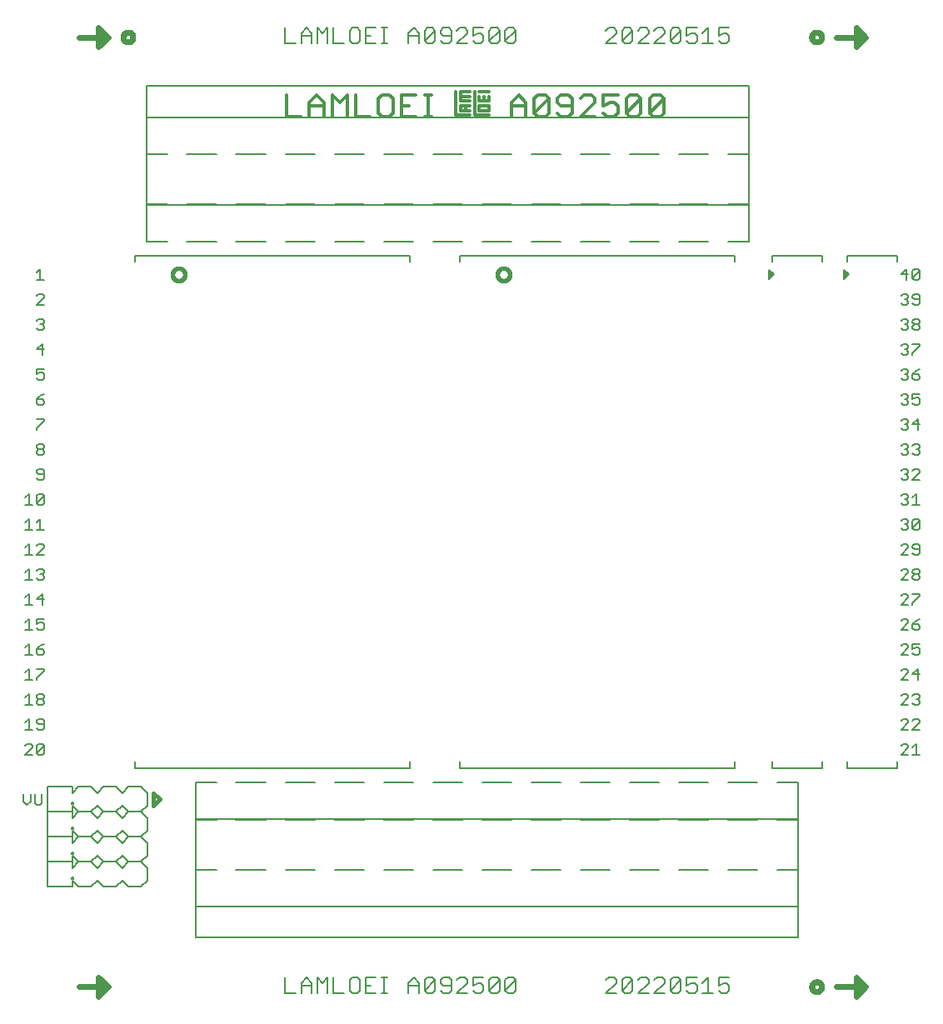
<source format=gto>
G75*
%MOIN*%
%OFA0B0*%
%FSLAX25Y25*%
%IPPOS*%
%LPD*%
%AMOC8*
5,1,8,0,0,1.08239X$1,22.5*
%
%ADD10C,0.01200*%
%ADD11C,0.00600*%
%ADD12C,0.00700*%
%ADD13C,0.02400*%
%ADD14C,0.01600*%
%ADD15C,0.00500*%
%ADD16C,0.00787*%
%ADD17C,0.00800*%
D10*
X0109350Y0356750D02*
X0115221Y0356750D01*
X0118557Y0356750D02*
X0118557Y0362622D01*
X0121493Y0365558D01*
X0124429Y0362622D01*
X0124429Y0356750D01*
X0127765Y0356750D02*
X0127765Y0365558D01*
X0130701Y0362622D01*
X0133637Y0365558D01*
X0133637Y0356750D01*
X0136973Y0356750D02*
X0142845Y0356750D01*
X0146181Y0358218D02*
X0147649Y0356750D01*
X0150585Y0356750D01*
X0152053Y0358218D01*
X0152053Y0364090D01*
X0150585Y0365558D01*
X0147649Y0365558D01*
X0146181Y0364090D01*
X0146181Y0358218D01*
X0136973Y0356750D02*
X0136973Y0365558D01*
X0124429Y0361154D02*
X0118557Y0361154D01*
X0109350Y0365558D02*
X0109350Y0356750D01*
X0155389Y0356750D02*
X0161261Y0356750D01*
X0164597Y0356750D02*
X0167533Y0356750D01*
X0166065Y0356750D02*
X0166065Y0365558D01*
X0164597Y0365558D02*
X0167533Y0365558D01*
X0161261Y0365558D02*
X0155389Y0365558D01*
X0155389Y0356750D01*
X0155389Y0361154D02*
X0158325Y0361154D01*
X0177187Y0357400D02*
X0182812Y0357400D01*
X0184687Y0357400D02*
X0190312Y0357400D01*
X0190312Y0359275D02*
X0186562Y0359275D01*
X0186562Y0361150D01*
X0190312Y0361150D01*
X0190312Y0359275D01*
X0190312Y0363025D02*
X0186562Y0363025D01*
X0186562Y0364900D01*
X0188437Y0364900D02*
X0188437Y0363650D01*
X0190312Y0363025D02*
X0190312Y0364900D01*
X0190312Y0366775D02*
X0186562Y0366775D01*
X0184687Y0366775D02*
X0184687Y0357400D01*
X0182812Y0359275D02*
X0180937Y0359275D01*
X0180937Y0361150D01*
X0182812Y0361150D01*
X0180937Y0361150D02*
X0179062Y0361150D01*
X0179062Y0359275D01*
X0180937Y0359275D01*
X0177187Y0357400D02*
X0177187Y0366775D01*
X0179062Y0366775D02*
X0182812Y0366775D01*
X0182812Y0364900D02*
X0179062Y0364900D01*
X0179062Y0366775D01*
X0179062Y0364900D02*
X0179062Y0363025D01*
X0182812Y0363025D01*
X0199350Y0362622D02*
X0199350Y0356750D01*
X0199350Y0361154D02*
X0205221Y0361154D01*
X0205221Y0362622D02*
X0205221Y0356750D01*
X0208557Y0358218D02*
X0214429Y0364090D01*
X0214429Y0358218D01*
X0212961Y0356750D01*
X0210025Y0356750D01*
X0208557Y0358218D01*
X0208557Y0364090D01*
X0210025Y0365558D01*
X0212961Y0365558D01*
X0214429Y0364090D01*
X0217765Y0364090D02*
X0219233Y0365558D01*
X0222169Y0365558D01*
X0223637Y0364090D01*
X0223637Y0358218D01*
X0222169Y0356750D01*
X0219233Y0356750D01*
X0217765Y0358218D01*
X0219233Y0361154D02*
X0223637Y0361154D01*
X0219233Y0361154D02*
X0217765Y0362622D01*
X0217765Y0364090D01*
X0226973Y0364090D02*
X0228441Y0365558D01*
X0231377Y0365558D01*
X0232845Y0364090D01*
X0232845Y0362622D01*
X0226973Y0356750D01*
X0232845Y0356750D01*
X0236181Y0358218D02*
X0237649Y0356750D01*
X0240585Y0356750D01*
X0242053Y0358218D01*
X0242053Y0361154D01*
X0240585Y0362622D01*
X0239117Y0362622D01*
X0236181Y0361154D01*
X0236181Y0365558D01*
X0242053Y0365558D01*
X0245389Y0364090D02*
X0246857Y0365558D01*
X0249793Y0365558D01*
X0251261Y0364090D01*
X0245389Y0358218D01*
X0246857Y0356750D01*
X0249793Y0356750D01*
X0251261Y0358218D01*
X0251261Y0364090D01*
X0254597Y0364090D02*
X0254597Y0358218D01*
X0260468Y0364090D01*
X0260468Y0358218D01*
X0259000Y0356750D01*
X0256065Y0356750D01*
X0254597Y0358218D01*
X0254597Y0364090D02*
X0256065Y0365558D01*
X0259000Y0365558D01*
X0260468Y0364090D01*
X0245389Y0364090D02*
X0245389Y0358218D01*
X0205221Y0362622D02*
X0202285Y0365558D01*
X0199350Y0362622D01*
D11*
X0355300Y0293652D02*
X0358235Y0293652D01*
X0359903Y0292184D02*
X0362839Y0295120D01*
X0362839Y0292184D01*
X0362105Y0291450D01*
X0360637Y0291450D01*
X0359903Y0292184D01*
X0359903Y0295120D01*
X0360637Y0295854D01*
X0362105Y0295854D01*
X0362839Y0295120D01*
X0357501Y0295854D02*
X0357501Y0291450D01*
X0355300Y0293652D02*
X0357501Y0295854D01*
X0357501Y0285854D02*
X0358235Y0285120D01*
X0358235Y0284386D01*
X0357501Y0283652D01*
X0358235Y0282918D01*
X0358235Y0282184D01*
X0357501Y0281450D01*
X0356033Y0281450D01*
X0355300Y0282184D01*
X0356767Y0283652D02*
X0357501Y0283652D01*
X0357501Y0285854D02*
X0356033Y0285854D01*
X0355300Y0285120D01*
X0359903Y0285120D02*
X0359903Y0284386D01*
X0360637Y0283652D01*
X0362839Y0283652D01*
X0362839Y0282184D02*
X0362839Y0285120D01*
X0362105Y0285854D01*
X0360637Y0285854D01*
X0359903Y0285120D01*
X0359903Y0282184D02*
X0360637Y0281450D01*
X0362105Y0281450D01*
X0362839Y0282184D01*
X0362105Y0275854D02*
X0362839Y0275120D01*
X0362839Y0274386D01*
X0362105Y0273652D01*
X0360637Y0273652D01*
X0359903Y0274386D01*
X0359903Y0275120D01*
X0360637Y0275854D01*
X0362105Y0275854D01*
X0362105Y0273652D02*
X0362839Y0272918D01*
X0362839Y0272184D01*
X0362105Y0271450D01*
X0360637Y0271450D01*
X0359903Y0272184D01*
X0359903Y0272918D01*
X0360637Y0273652D01*
X0358235Y0272918D02*
X0358235Y0272184D01*
X0357501Y0271450D01*
X0356033Y0271450D01*
X0355300Y0272184D01*
X0356767Y0273652D02*
X0357501Y0273652D01*
X0358235Y0272918D01*
X0357501Y0273652D02*
X0358235Y0274386D01*
X0358235Y0275120D01*
X0357501Y0275854D01*
X0356033Y0275854D01*
X0355300Y0275120D01*
X0356033Y0265854D02*
X0355300Y0265120D01*
X0356033Y0265854D02*
X0357501Y0265854D01*
X0358235Y0265120D01*
X0358235Y0264386D01*
X0357501Y0263652D01*
X0358235Y0262918D01*
X0358235Y0262184D01*
X0357501Y0261450D01*
X0356033Y0261450D01*
X0355300Y0262184D01*
X0356767Y0263652D02*
X0357501Y0263652D01*
X0359903Y0262184D02*
X0359903Y0261450D01*
X0359903Y0262184D02*
X0362839Y0265120D01*
X0362839Y0265854D01*
X0359903Y0265854D01*
X0357501Y0255854D02*
X0358235Y0255120D01*
X0358235Y0254386D01*
X0357501Y0253652D01*
X0358235Y0252918D01*
X0358235Y0252184D01*
X0357501Y0251450D01*
X0356033Y0251450D01*
X0355300Y0252184D01*
X0356767Y0253652D02*
X0357501Y0253652D01*
X0357501Y0255854D02*
X0356033Y0255854D01*
X0355300Y0255120D01*
X0359903Y0253652D02*
X0362105Y0253652D01*
X0362839Y0252918D01*
X0362839Y0252184D01*
X0362105Y0251450D01*
X0360637Y0251450D01*
X0359903Y0252184D01*
X0359903Y0253652D01*
X0361371Y0255120D01*
X0362839Y0255854D01*
X0362839Y0245854D02*
X0359903Y0245854D01*
X0359903Y0243652D01*
X0361371Y0244386D01*
X0362105Y0244386D01*
X0362839Y0243652D01*
X0362839Y0242184D01*
X0362105Y0241450D01*
X0360637Y0241450D01*
X0359903Y0242184D01*
X0358235Y0242184D02*
X0358235Y0242918D01*
X0357501Y0243652D01*
X0356767Y0243652D01*
X0357501Y0243652D02*
X0358235Y0244386D01*
X0358235Y0245120D01*
X0357501Y0245854D01*
X0356033Y0245854D01*
X0355300Y0245120D01*
X0355300Y0242184D02*
X0356033Y0241450D01*
X0357501Y0241450D01*
X0358235Y0242184D01*
X0357501Y0235854D02*
X0358235Y0235120D01*
X0358235Y0234386D01*
X0357501Y0233652D01*
X0358235Y0232918D01*
X0358235Y0232184D01*
X0357501Y0231450D01*
X0356033Y0231450D01*
X0355300Y0232184D01*
X0356767Y0233652D02*
X0357501Y0233652D01*
X0357501Y0235854D02*
X0356033Y0235854D01*
X0355300Y0235120D01*
X0359903Y0233652D02*
X0362839Y0233652D01*
X0362105Y0231450D02*
X0362105Y0235854D01*
X0359903Y0233652D01*
X0360637Y0225854D02*
X0362105Y0225854D01*
X0362839Y0225120D01*
X0362839Y0224386D01*
X0362105Y0223652D01*
X0362839Y0222918D01*
X0362839Y0222184D01*
X0362105Y0221450D01*
X0360637Y0221450D01*
X0359903Y0222184D01*
X0358235Y0222184D02*
X0358235Y0222918D01*
X0357501Y0223652D01*
X0356767Y0223652D01*
X0357501Y0223652D02*
X0358235Y0224386D01*
X0358235Y0225120D01*
X0357501Y0225854D01*
X0356033Y0225854D01*
X0355300Y0225120D01*
X0355300Y0222184D02*
X0356033Y0221450D01*
X0357501Y0221450D01*
X0358235Y0222184D01*
X0359903Y0225120D02*
X0360637Y0225854D01*
X0361371Y0223652D02*
X0362105Y0223652D01*
X0362105Y0215854D02*
X0360637Y0215854D01*
X0359903Y0215120D01*
X0358235Y0215120D02*
X0358235Y0214386D01*
X0357501Y0213652D01*
X0358235Y0212918D01*
X0358235Y0212184D01*
X0357501Y0211450D01*
X0356033Y0211450D01*
X0355300Y0212184D01*
X0356767Y0213652D02*
X0357501Y0213652D01*
X0358235Y0215120D02*
X0357501Y0215854D01*
X0356033Y0215854D01*
X0355300Y0215120D01*
X0359903Y0211450D02*
X0362839Y0214386D01*
X0362839Y0215120D01*
X0362105Y0215854D01*
X0362839Y0211450D02*
X0359903Y0211450D01*
X0361371Y0205854D02*
X0361371Y0201450D01*
X0359903Y0201450D02*
X0362839Y0201450D01*
X0359903Y0204386D02*
X0361371Y0205854D01*
X0358235Y0205120D02*
X0358235Y0204386D01*
X0357501Y0203652D01*
X0358235Y0202918D01*
X0358235Y0202184D01*
X0357501Y0201450D01*
X0356033Y0201450D01*
X0355300Y0202184D01*
X0356767Y0203652D02*
X0357501Y0203652D01*
X0358235Y0205120D02*
X0357501Y0205854D01*
X0356033Y0205854D01*
X0355300Y0205120D01*
X0356033Y0195854D02*
X0355300Y0195120D01*
X0356033Y0195854D02*
X0357501Y0195854D01*
X0358235Y0195120D01*
X0358235Y0194386D01*
X0357501Y0193652D01*
X0358235Y0192918D01*
X0358235Y0192184D01*
X0357501Y0191450D01*
X0356033Y0191450D01*
X0355300Y0192184D01*
X0356767Y0193652D02*
X0357501Y0193652D01*
X0359903Y0192184D02*
X0362839Y0195120D01*
X0362839Y0192184D01*
X0362105Y0191450D01*
X0360637Y0191450D01*
X0359903Y0192184D01*
X0359903Y0195120D01*
X0360637Y0195854D01*
X0362105Y0195854D01*
X0362839Y0195120D01*
X0362105Y0185854D02*
X0360637Y0185854D01*
X0359903Y0185120D01*
X0359903Y0184386D01*
X0360637Y0183652D01*
X0362839Y0183652D01*
X0362839Y0182184D02*
X0362839Y0185120D01*
X0362105Y0185854D01*
X0362839Y0182184D02*
X0362105Y0181450D01*
X0360637Y0181450D01*
X0359903Y0182184D01*
X0358235Y0181450D02*
X0355300Y0181450D01*
X0358235Y0184386D01*
X0358235Y0185120D01*
X0357501Y0185854D01*
X0356033Y0185854D01*
X0355300Y0185120D01*
X0356033Y0175854D02*
X0355300Y0175120D01*
X0356033Y0175854D02*
X0357501Y0175854D01*
X0358235Y0175120D01*
X0358235Y0174386D01*
X0355300Y0171450D01*
X0358235Y0171450D01*
X0359903Y0172184D02*
X0359903Y0172918D01*
X0360637Y0173652D01*
X0362105Y0173652D01*
X0362839Y0172918D01*
X0362839Y0172184D01*
X0362105Y0171450D01*
X0360637Y0171450D01*
X0359903Y0172184D01*
X0360637Y0173652D02*
X0359903Y0174386D01*
X0359903Y0175120D01*
X0360637Y0175854D01*
X0362105Y0175854D01*
X0362839Y0175120D01*
X0362839Y0174386D01*
X0362105Y0173652D01*
X0362839Y0165854D02*
X0362839Y0165120D01*
X0359903Y0162184D01*
X0359903Y0161450D01*
X0358235Y0161450D02*
X0355300Y0161450D01*
X0358235Y0164386D01*
X0358235Y0165120D01*
X0357501Y0165854D01*
X0356033Y0165854D01*
X0355300Y0165120D01*
X0359903Y0165854D02*
X0362839Y0165854D01*
X0362839Y0155854D02*
X0361371Y0155120D01*
X0359903Y0153652D01*
X0362105Y0153652D01*
X0362839Y0152918D01*
X0362839Y0152184D01*
X0362105Y0151450D01*
X0360637Y0151450D01*
X0359903Y0152184D01*
X0359903Y0153652D01*
X0358235Y0154386D02*
X0358235Y0155120D01*
X0357501Y0155854D01*
X0356033Y0155854D01*
X0355300Y0155120D01*
X0358235Y0154386D02*
X0355300Y0151450D01*
X0358235Y0151450D01*
X0357501Y0145854D02*
X0356033Y0145854D01*
X0355300Y0145120D01*
X0357501Y0145854D02*
X0358235Y0145120D01*
X0358235Y0144386D01*
X0355300Y0141450D01*
X0358235Y0141450D01*
X0359903Y0142184D02*
X0360637Y0141450D01*
X0362105Y0141450D01*
X0362839Y0142184D01*
X0362839Y0143652D01*
X0362105Y0144386D01*
X0361371Y0144386D01*
X0359903Y0143652D01*
X0359903Y0145854D01*
X0362839Y0145854D01*
X0362105Y0135854D02*
X0359903Y0133652D01*
X0362839Y0133652D01*
X0362105Y0131450D02*
X0362105Y0135854D01*
X0358235Y0135120D02*
X0358235Y0134386D01*
X0355300Y0131450D01*
X0358235Y0131450D01*
X0358235Y0135120D02*
X0357501Y0135854D01*
X0356033Y0135854D01*
X0355300Y0135120D01*
X0356033Y0125854D02*
X0355300Y0125120D01*
X0356033Y0125854D02*
X0357501Y0125854D01*
X0358235Y0125120D01*
X0358235Y0124386D01*
X0355300Y0121450D01*
X0358235Y0121450D01*
X0359903Y0122184D02*
X0360637Y0121450D01*
X0362105Y0121450D01*
X0362839Y0122184D01*
X0362839Y0122918D01*
X0362105Y0123652D01*
X0361371Y0123652D01*
X0362105Y0123652D02*
X0362839Y0124386D01*
X0362839Y0125120D01*
X0362105Y0125854D01*
X0360637Y0125854D01*
X0359903Y0125120D01*
X0360637Y0115854D02*
X0359903Y0115120D01*
X0360637Y0115854D02*
X0362105Y0115854D01*
X0362839Y0115120D01*
X0362839Y0114386D01*
X0359903Y0111450D01*
X0362839Y0111450D01*
X0358235Y0111450D02*
X0355300Y0111450D01*
X0358235Y0114386D01*
X0358235Y0115120D01*
X0357501Y0115854D01*
X0356033Y0115854D01*
X0355300Y0115120D01*
X0356033Y0105854D02*
X0355300Y0105120D01*
X0356033Y0105854D02*
X0357501Y0105854D01*
X0358235Y0105120D01*
X0358235Y0104386D01*
X0355300Y0101450D01*
X0358235Y0101450D01*
X0359903Y0101450D02*
X0362839Y0101450D01*
X0361371Y0101450D02*
X0361371Y0105854D01*
X0359903Y0104386D01*
X0012381Y0105120D02*
X0012381Y0102184D01*
X0011647Y0101450D01*
X0010180Y0101450D01*
X0009446Y0102184D01*
X0012381Y0105120D01*
X0011647Y0105854D01*
X0010180Y0105854D01*
X0009446Y0105120D01*
X0009446Y0102184D01*
X0007777Y0101450D02*
X0004842Y0101450D01*
X0007777Y0104386D01*
X0007777Y0105120D01*
X0007044Y0105854D01*
X0005576Y0105854D01*
X0004842Y0105120D01*
X0004842Y0111450D02*
X0007777Y0111450D01*
X0006310Y0111450D02*
X0006310Y0115854D01*
X0004842Y0114386D01*
X0009446Y0114386D02*
X0010180Y0113652D01*
X0012381Y0113652D01*
X0012381Y0112184D02*
X0012381Y0115120D01*
X0011647Y0115854D01*
X0010180Y0115854D01*
X0009446Y0115120D01*
X0009446Y0114386D01*
X0009446Y0112184D02*
X0010180Y0111450D01*
X0011647Y0111450D01*
X0012381Y0112184D01*
X0011647Y0121450D02*
X0010180Y0121450D01*
X0009446Y0122184D01*
X0009446Y0122918D01*
X0010180Y0123652D01*
X0011647Y0123652D01*
X0012381Y0122918D01*
X0012381Y0122184D01*
X0011647Y0121450D01*
X0011647Y0123652D02*
X0012381Y0124386D01*
X0012381Y0125120D01*
X0011647Y0125854D01*
X0010180Y0125854D01*
X0009446Y0125120D01*
X0009446Y0124386D01*
X0010180Y0123652D01*
X0007777Y0121450D02*
X0004842Y0121450D01*
X0006310Y0121450D02*
X0006310Y0125854D01*
X0004842Y0124386D01*
X0004842Y0131450D02*
X0007777Y0131450D01*
X0006310Y0131450D02*
X0006310Y0135854D01*
X0004842Y0134386D01*
X0009446Y0135854D02*
X0012381Y0135854D01*
X0012381Y0135120D01*
X0009446Y0132184D01*
X0009446Y0131450D01*
X0010180Y0141450D02*
X0011647Y0141450D01*
X0012381Y0142184D01*
X0012381Y0142918D01*
X0011647Y0143652D01*
X0009446Y0143652D01*
X0009446Y0142184D01*
X0010180Y0141450D01*
X0009446Y0143652D02*
X0010913Y0145120D01*
X0012381Y0145854D01*
X0007777Y0141450D02*
X0004842Y0141450D01*
X0006310Y0141450D02*
X0006310Y0145854D01*
X0004842Y0144386D01*
X0004842Y0151450D02*
X0007777Y0151450D01*
X0006310Y0151450D02*
X0006310Y0155854D01*
X0004842Y0154386D01*
X0009446Y0153652D02*
X0009446Y0155854D01*
X0012381Y0155854D01*
X0011647Y0154386D02*
X0010913Y0154386D01*
X0009446Y0153652D01*
X0009446Y0152184D02*
X0010180Y0151450D01*
X0011647Y0151450D01*
X0012381Y0152184D01*
X0012381Y0153652D01*
X0011647Y0154386D01*
X0011647Y0161450D02*
X0011647Y0165854D01*
X0009446Y0163652D01*
X0012381Y0163652D01*
X0007777Y0161450D02*
X0004842Y0161450D01*
X0006310Y0161450D02*
X0006310Y0165854D01*
X0004842Y0164386D01*
X0004842Y0171450D02*
X0007777Y0171450D01*
X0006310Y0171450D02*
X0006310Y0175854D01*
X0004842Y0174386D01*
X0009446Y0175120D02*
X0010180Y0175854D01*
X0011647Y0175854D01*
X0012381Y0175120D01*
X0012381Y0174386D01*
X0011647Y0173652D01*
X0012381Y0172918D01*
X0012381Y0172184D01*
X0011647Y0171450D01*
X0010180Y0171450D01*
X0009446Y0172184D01*
X0010913Y0173652D02*
X0011647Y0173652D01*
X0012381Y0181450D02*
X0009446Y0181450D01*
X0012381Y0184386D01*
X0012381Y0185120D01*
X0011647Y0185854D01*
X0010180Y0185854D01*
X0009446Y0185120D01*
X0006310Y0185854D02*
X0006310Y0181450D01*
X0007777Y0181450D02*
X0004842Y0181450D01*
X0004842Y0184386D02*
X0006310Y0185854D01*
X0006310Y0191450D02*
X0006310Y0195854D01*
X0004842Y0194386D01*
X0004842Y0191450D02*
X0007777Y0191450D01*
X0009446Y0191450D02*
X0012381Y0191450D01*
X0010913Y0191450D02*
X0010913Y0195854D01*
X0009446Y0194386D01*
X0010180Y0201450D02*
X0009446Y0202184D01*
X0012381Y0205120D01*
X0012381Y0202184D01*
X0011647Y0201450D01*
X0010180Y0201450D01*
X0009446Y0202184D02*
X0009446Y0205120D01*
X0010180Y0205854D01*
X0011647Y0205854D01*
X0012381Y0205120D01*
X0007777Y0201450D02*
X0004842Y0201450D01*
X0006310Y0201450D02*
X0006310Y0205854D01*
X0004842Y0204386D01*
X0010180Y0211450D02*
X0011647Y0211450D01*
X0012381Y0212184D01*
X0012381Y0215120D01*
X0011647Y0215854D01*
X0010180Y0215854D01*
X0009446Y0215120D01*
X0009446Y0214386D01*
X0010180Y0213652D01*
X0012381Y0213652D01*
X0010180Y0211450D02*
X0009446Y0212184D01*
X0010180Y0221450D02*
X0009446Y0222184D01*
X0009446Y0222918D01*
X0010180Y0223652D01*
X0011647Y0223652D01*
X0012381Y0222918D01*
X0012381Y0222184D01*
X0011647Y0221450D01*
X0010180Y0221450D01*
X0010180Y0223652D02*
X0009446Y0224386D01*
X0009446Y0225120D01*
X0010180Y0225854D01*
X0011647Y0225854D01*
X0012381Y0225120D01*
X0012381Y0224386D01*
X0011647Y0223652D01*
X0009446Y0231450D02*
X0009446Y0232184D01*
X0012381Y0235120D01*
X0012381Y0235854D01*
X0009446Y0235854D01*
X0010180Y0241450D02*
X0011647Y0241450D01*
X0012381Y0242184D01*
X0012381Y0242918D01*
X0011647Y0243652D01*
X0009446Y0243652D01*
X0009446Y0242184D01*
X0010180Y0241450D01*
X0009446Y0243652D02*
X0010914Y0245120D01*
X0012381Y0245854D01*
X0011647Y0251450D02*
X0010180Y0251450D01*
X0009446Y0252184D01*
X0009446Y0253652D02*
X0010914Y0254386D01*
X0011647Y0254386D01*
X0012381Y0253652D01*
X0012381Y0252184D01*
X0011647Y0251450D01*
X0009446Y0253652D02*
X0009446Y0255854D01*
X0012381Y0255854D01*
X0011647Y0261450D02*
X0011647Y0265854D01*
X0009446Y0263652D01*
X0012381Y0263652D01*
X0011647Y0271450D02*
X0010180Y0271450D01*
X0009446Y0272184D01*
X0010914Y0273652D02*
X0011647Y0273652D01*
X0012381Y0272918D01*
X0012381Y0272184D01*
X0011647Y0271450D01*
X0011647Y0273652D02*
X0012381Y0274386D01*
X0012381Y0275120D01*
X0011647Y0275854D01*
X0010180Y0275854D01*
X0009446Y0275120D01*
X0009446Y0281450D02*
X0012381Y0284386D01*
X0012381Y0285120D01*
X0011647Y0285854D01*
X0010180Y0285854D01*
X0009446Y0285120D01*
X0009446Y0281450D02*
X0012381Y0281450D01*
X0012381Y0291450D02*
X0009446Y0291450D01*
X0010914Y0291450D02*
X0010914Y0295854D01*
X0009446Y0294386D01*
X0008653Y0085854D02*
X0008653Y0082184D01*
X0009387Y0081450D01*
X0010855Y0081450D01*
X0011589Y0082184D01*
X0011589Y0085854D01*
X0006985Y0085854D02*
X0006985Y0082918D01*
X0005517Y0081450D01*
X0004050Y0082918D01*
X0004050Y0085854D01*
D12*
X0108824Y0012392D02*
X0108824Y0006087D01*
X0113028Y0006087D01*
X0115269Y0006087D02*
X0115269Y0010291D01*
X0117371Y0012392D01*
X0119473Y0010291D01*
X0119473Y0006087D01*
X0121715Y0006087D02*
X0121715Y0012392D01*
X0123817Y0010291D01*
X0125919Y0012392D01*
X0125919Y0006087D01*
X0128160Y0006087D02*
X0132364Y0006087D01*
X0134606Y0007138D02*
X0135657Y0006087D01*
X0137759Y0006087D01*
X0138810Y0007138D01*
X0138810Y0011341D01*
X0137759Y0012392D01*
X0135657Y0012392D01*
X0134606Y0011341D01*
X0134606Y0007138D01*
X0141051Y0006087D02*
X0141051Y0012392D01*
X0145255Y0012392D01*
X0147497Y0012392D02*
X0149599Y0012392D01*
X0148548Y0012392D02*
X0148548Y0006087D01*
X0147497Y0006087D02*
X0149599Y0006087D01*
X0145255Y0006087D02*
X0141051Y0006087D01*
X0141051Y0009240D02*
X0143153Y0009240D01*
X0158239Y0009240D02*
X0162443Y0009240D01*
X0162443Y0010291D02*
X0162443Y0006087D01*
X0164685Y0007138D02*
X0168888Y0011341D01*
X0168888Y0007138D01*
X0167838Y0006087D01*
X0165736Y0006087D01*
X0164685Y0007138D01*
X0164685Y0011341D01*
X0165736Y0012392D01*
X0167838Y0012392D01*
X0168888Y0011341D01*
X0171130Y0011341D02*
X0171130Y0010291D01*
X0172181Y0009240D01*
X0175334Y0009240D01*
X0175334Y0011341D02*
X0174283Y0012392D01*
X0172181Y0012392D01*
X0171130Y0011341D01*
X0171130Y0007138D02*
X0172181Y0006087D01*
X0174283Y0006087D01*
X0175334Y0007138D01*
X0175334Y0011341D01*
X0177576Y0011341D02*
X0178627Y0012392D01*
X0180729Y0012392D01*
X0181779Y0011341D01*
X0181779Y0010291D01*
X0177576Y0006087D01*
X0181779Y0006087D01*
X0184021Y0007138D02*
X0185072Y0006087D01*
X0187174Y0006087D01*
X0188225Y0007138D01*
X0188225Y0009240D01*
X0187174Y0010291D01*
X0186123Y0010291D01*
X0184021Y0009240D01*
X0184021Y0012392D01*
X0188225Y0012392D01*
X0190467Y0011341D02*
X0191518Y0012392D01*
X0193620Y0012392D01*
X0194670Y0011341D01*
X0190467Y0007138D01*
X0191518Y0006087D01*
X0193620Y0006087D01*
X0194670Y0007138D01*
X0194670Y0011341D01*
X0196912Y0011341D02*
X0197963Y0012392D01*
X0200065Y0012392D01*
X0201116Y0011341D01*
X0196912Y0007138D01*
X0197963Y0006087D01*
X0200065Y0006087D01*
X0201116Y0007138D01*
X0201116Y0011341D01*
X0196912Y0011341D02*
X0196912Y0007138D01*
X0190467Y0007138D02*
X0190467Y0011341D01*
X0162443Y0010291D02*
X0160341Y0012392D01*
X0158239Y0010291D01*
X0158239Y0006087D01*
X0128160Y0006087D02*
X0128160Y0012392D01*
X0119473Y0009240D02*
X0115269Y0009240D01*
X0237249Y0011341D02*
X0238300Y0012392D01*
X0240402Y0012392D01*
X0241453Y0011341D01*
X0241453Y0010291D01*
X0237249Y0006087D01*
X0241453Y0006087D01*
X0243695Y0007138D02*
X0243695Y0011341D01*
X0244746Y0012392D01*
X0246847Y0012392D01*
X0247898Y0011341D01*
X0243695Y0007138D01*
X0244746Y0006087D01*
X0246847Y0006087D01*
X0247898Y0007138D01*
X0247898Y0011341D01*
X0250140Y0011341D02*
X0251191Y0012392D01*
X0253293Y0012392D01*
X0254344Y0011341D01*
X0254344Y0010291D01*
X0250140Y0006087D01*
X0254344Y0006087D01*
X0256586Y0006087D02*
X0260789Y0010291D01*
X0260789Y0011341D01*
X0259738Y0012392D01*
X0257637Y0012392D01*
X0256586Y0011341D01*
X0256586Y0006087D02*
X0260789Y0006087D01*
X0263031Y0007138D02*
X0267235Y0011341D01*
X0267235Y0007138D01*
X0266184Y0006087D01*
X0264082Y0006087D01*
X0263031Y0007138D01*
X0263031Y0011341D01*
X0264082Y0012392D01*
X0266184Y0012392D01*
X0267235Y0011341D01*
X0269477Y0012392D02*
X0269477Y0009240D01*
X0271578Y0010291D01*
X0272629Y0010291D01*
X0273680Y0009240D01*
X0273680Y0007138D01*
X0272629Y0006087D01*
X0270528Y0006087D01*
X0269477Y0007138D01*
X0269477Y0012392D02*
X0273680Y0012392D01*
X0275922Y0010291D02*
X0278024Y0012392D01*
X0278024Y0006087D01*
X0275922Y0006087D02*
X0280126Y0006087D01*
X0282368Y0007138D02*
X0283419Y0006087D01*
X0285520Y0006087D01*
X0286571Y0007138D01*
X0286571Y0009240D01*
X0285520Y0010291D01*
X0284469Y0010291D01*
X0282368Y0009240D01*
X0282368Y0012392D01*
X0286571Y0012392D01*
X0285520Y0386008D02*
X0283419Y0386008D01*
X0282368Y0387059D01*
X0282368Y0389161D02*
X0284469Y0390212D01*
X0285520Y0390212D01*
X0286571Y0389161D01*
X0286571Y0387059D01*
X0285520Y0386008D01*
X0282368Y0389161D02*
X0282368Y0392314D01*
X0286571Y0392314D01*
X0280126Y0386008D02*
X0275922Y0386008D01*
X0278024Y0386008D02*
X0278024Y0392314D01*
X0275922Y0390212D01*
X0273680Y0389161D02*
X0273680Y0387059D01*
X0272629Y0386008D01*
X0270528Y0386008D01*
X0269477Y0387059D01*
X0269477Y0389161D02*
X0271578Y0390212D01*
X0272629Y0390212D01*
X0273680Y0389161D01*
X0273680Y0392314D02*
X0269477Y0392314D01*
X0269477Y0389161D01*
X0267235Y0391263D02*
X0263031Y0387059D01*
X0264082Y0386008D01*
X0266184Y0386008D01*
X0267235Y0387059D01*
X0267235Y0391263D01*
X0266184Y0392314D01*
X0264082Y0392314D01*
X0263031Y0391263D01*
X0263031Y0387059D01*
X0260789Y0386008D02*
X0256586Y0386008D01*
X0260789Y0390212D01*
X0260789Y0391263D01*
X0259738Y0392314D01*
X0257637Y0392314D01*
X0256586Y0391263D01*
X0254344Y0391263D02*
X0253293Y0392314D01*
X0251191Y0392314D01*
X0250140Y0391263D01*
X0247898Y0391263D02*
X0247898Y0387059D01*
X0246847Y0386008D01*
X0244746Y0386008D01*
X0243695Y0387059D01*
X0247898Y0391263D01*
X0246847Y0392314D01*
X0244746Y0392314D01*
X0243695Y0391263D01*
X0243695Y0387059D01*
X0241453Y0386008D02*
X0237249Y0386008D01*
X0241453Y0390212D01*
X0241453Y0391263D01*
X0240402Y0392314D01*
X0238300Y0392314D01*
X0237249Y0391263D01*
X0250140Y0386008D02*
X0254344Y0390212D01*
X0254344Y0391263D01*
X0254344Y0386008D02*
X0250140Y0386008D01*
X0201116Y0387059D02*
X0200065Y0386008D01*
X0197963Y0386008D01*
X0196912Y0387059D01*
X0201116Y0391263D01*
X0201116Y0387059D01*
X0196912Y0387059D02*
X0196912Y0391263D01*
X0197963Y0392314D01*
X0200065Y0392314D01*
X0201116Y0391263D01*
X0194670Y0391263D02*
X0194670Y0387059D01*
X0193620Y0386008D01*
X0191518Y0386008D01*
X0190467Y0387059D01*
X0194670Y0391263D01*
X0193620Y0392314D01*
X0191518Y0392314D01*
X0190467Y0391263D01*
X0190467Y0387059D01*
X0188225Y0387059D02*
X0187174Y0386008D01*
X0185072Y0386008D01*
X0184021Y0387059D01*
X0184021Y0389161D02*
X0186123Y0390212D01*
X0187174Y0390212D01*
X0188225Y0389161D01*
X0188225Y0387059D01*
X0184021Y0389161D02*
X0184021Y0392314D01*
X0188225Y0392314D01*
X0181779Y0391263D02*
X0180729Y0392314D01*
X0178627Y0392314D01*
X0177576Y0391263D01*
X0175334Y0391263D02*
X0175334Y0387059D01*
X0174283Y0386008D01*
X0172181Y0386008D01*
X0171130Y0387059D01*
X0168888Y0387059D02*
X0167838Y0386008D01*
X0165736Y0386008D01*
X0164685Y0387059D01*
X0168888Y0391263D01*
X0168888Y0387059D01*
X0171130Y0390212D02*
X0172181Y0389161D01*
X0175334Y0389161D01*
X0175334Y0391263D02*
X0174283Y0392314D01*
X0172181Y0392314D01*
X0171130Y0391263D01*
X0171130Y0390212D01*
X0168888Y0391263D02*
X0167838Y0392314D01*
X0165736Y0392314D01*
X0164685Y0391263D01*
X0164685Y0387059D01*
X0162443Y0386008D02*
X0162443Y0390212D01*
X0160341Y0392314D01*
X0158239Y0390212D01*
X0158239Y0386008D01*
X0158239Y0389161D02*
X0162443Y0389161D01*
X0149599Y0392314D02*
X0147497Y0392314D01*
X0148548Y0392314D02*
X0148548Y0386008D01*
X0147497Y0386008D02*
X0149599Y0386008D01*
X0145255Y0386008D02*
X0141051Y0386008D01*
X0141051Y0392314D01*
X0145255Y0392314D01*
X0143153Y0389161D02*
X0141051Y0389161D01*
X0138810Y0391263D02*
X0137759Y0392314D01*
X0135657Y0392314D01*
X0134606Y0391263D01*
X0134606Y0387059D01*
X0135657Y0386008D01*
X0137759Y0386008D01*
X0138810Y0387059D01*
X0138810Y0391263D01*
X0132364Y0386008D02*
X0128160Y0386008D01*
X0128160Y0392314D01*
X0125919Y0392314D02*
X0125919Y0386008D01*
X0121715Y0386008D02*
X0121715Y0392314D01*
X0123817Y0390212D01*
X0125919Y0392314D01*
X0119473Y0390212D02*
X0119473Y0386008D01*
X0119473Y0389161D02*
X0115269Y0389161D01*
X0115269Y0390212D02*
X0115269Y0386008D01*
X0113028Y0386008D02*
X0108824Y0386008D01*
X0108824Y0392314D01*
X0115269Y0390212D02*
X0117371Y0392314D01*
X0119473Y0390212D01*
X0177576Y0386008D02*
X0181779Y0390212D01*
X0181779Y0391263D01*
X0181779Y0386008D02*
X0177576Y0386008D01*
D13*
X0038080Y0008690D02*
X0026269Y0008690D01*
X0034143Y0012627D02*
X0034143Y0004753D01*
X0038080Y0008690D01*
X0034143Y0012627D01*
X0319576Y0008690D02*
X0319578Y0008778D01*
X0319584Y0008866D01*
X0319594Y0008954D01*
X0319608Y0009042D01*
X0319625Y0009128D01*
X0319647Y0009214D01*
X0319672Y0009298D01*
X0319702Y0009382D01*
X0319734Y0009464D01*
X0319771Y0009544D01*
X0319811Y0009623D01*
X0319855Y0009700D01*
X0319902Y0009775D01*
X0319952Y0009847D01*
X0320006Y0009918D01*
X0320062Y0009985D01*
X0320122Y0010051D01*
X0320184Y0010113D01*
X0320250Y0010173D01*
X0320317Y0010229D01*
X0320388Y0010283D01*
X0320460Y0010333D01*
X0320535Y0010380D01*
X0320612Y0010424D01*
X0320691Y0010464D01*
X0320771Y0010501D01*
X0320853Y0010533D01*
X0320937Y0010563D01*
X0321021Y0010588D01*
X0321107Y0010610D01*
X0321193Y0010627D01*
X0321281Y0010641D01*
X0321369Y0010651D01*
X0321457Y0010657D01*
X0321545Y0010659D01*
X0321633Y0010657D01*
X0321721Y0010651D01*
X0321809Y0010641D01*
X0321897Y0010627D01*
X0321983Y0010610D01*
X0322069Y0010588D01*
X0322153Y0010563D01*
X0322237Y0010533D01*
X0322319Y0010501D01*
X0322399Y0010464D01*
X0322478Y0010424D01*
X0322555Y0010380D01*
X0322630Y0010333D01*
X0322702Y0010283D01*
X0322773Y0010229D01*
X0322840Y0010173D01*
X0322906Y0010113D01*
X0322968Y0010051D01*
X0323028Y0009985D01*
X0323084Y0009918D01*
X0323138Y0009847D01*
X0323188Y0009775D01*
X0323235Y0009700D01*
X0323279Y0009623D01*
X0323319Y0009544D01*
X0323356Y0009464D01*
X0323388Y0009382D01*
X0323418Y0009298D01*
X0323443Y0009214D01*
X0323465Y0009128D01*
X0323482Y0009042D01*
X0323496Y0008954D01*
X0323506Y0008866D01*
X0323512Y0008778D01*
X0323514Y0008690D01*
X0323512Y0008602D01*
X0323506Y0008514D01*
X0323496Y0008426D01*
X0323482Y0008338D01*
X0323465Y0008252D01*
X0323443Y0008166D01*
X0323418Y0008082D01*
X0323388Y0007998D01*
X0323356Y0007916D01*
X0323319Y0007836D01*
X0323279Y0007757D01*
X0323235Y0007680D01*
X0323188Y0007605D01*
X0323138Y0007533D01*
X0323084Y0007462D01*
X0323028Y0007395D01*
X0322968Y0007329D01*
X0322906Y0007267D01*
X0322840Y0007207D01*
X0322773Y0007151D01*
X0322702Y0007097D01*
X0322630Y0007047D01*
X0322555Y0007000D01*
X0322478Y0006956D01*
X0322399Y0006916D01*
X0322319Y0006879D01*
X0322237Y0006847D01*
X0322153Y0006817D01*
X0322069Y0006792D01*
X0321983Y0006770D01*
X0321897Y0006753D01*
X0321809Y0006739D01*
X0321721Y0006729D01*
X0321633Y0006723D01*
X0321545Y0006721D01*
X0321457Y0006723D01*
X0321369Y0006729D01*
X0321281Y0006739D01*
X0321193Y0006753D01*
X0321107Y0006770D01*
X0321021Y0006792D01*
X0320937Y0006817D01*
X0320853Y0006847D01*
X0320771Y0006879D01*
X0320691Y0006916D01*
X0320612Y0006956D01*
X0320535Y0007000D01*
X0320460Y0007047D01*
X0320388Y0007097D01*
X0320317Y0007151D01*
X0320250Y0007207D01*
X0320184Y0007267D01*
X0320122Y0007329D01*
X0320062Y0007395D01*
X0320006Y0007462D01*
X0319952Y0007533D01*
X0319902Y0007605D01*
X0319855Y0007680D01*
X0319811Y0007757D01*
X0319771Y0007836D01*
X0319734Y0007916D01*
X0319702Y0007998D01*
X0319672Y0008082D01*
X0319647Y0008166D01*
X0319625Y0008252D01*
X0319608Y0008338D01*
X0319594Y0008426D01*
X0319584Y0008514D01*
X0319578Y0008602D01*
X0319576Y0008690D01*
X0329419Y0008690D02*
X0341230Y0008690D01*
X0337293Y0004753D01*
X0337293Y0012627D01*
X0341230Y0008690D01*
X0337293Y0384674D02*
X0337293Y0392548D01*
X0341230Y0388611D01*
X0337293Y0384674D01*
X0341230Y0388611D02*
X0329419Y0388611D01*
X0319576Y0388611D02*
X0319578Y0388699D01*
X0319584Y0388787D01*
X0319594Y0388875D01*
X0319608Y0388963D01*
X0319625Y0389049D01*
X0319647Y0389135D01*
X0319672Y0389219D01*
X0319702Y0389303D01*
X0319734Y0389385D01*
X0319771Y0389465D01*
X0319811Y0389544D01*
X0319855Y0389621D01*
X0319902Y0389696D01*
X0319952Y0389768D01*
X0320006Y0389839D01*
X0320062Y0389906D01*
X0320122Y0389972D01*
X0320184Y0390034D01*
X0320250Y0390094D01*
X0320317Y0390150D01*
X0320388Y0390204D01*
X0320460Y0390254D01*
X0320535Y0390301D01*
X0320612Y0390345D01*
X0320691Y0390385D01*
X0320771Y0390422D01*
X0320853Y0390454D01*
X0320937Y0390484D01*
X0321021Y0390509D01*
X0321107Y0390531D01*
X0321193Y0390548D01*
X0321281Y0390562D01*
X0321369Y0390572D01*
X0321457Y0390578D01*
X0321545Y0390580D01*
X0321633Y0390578D01*
X0321721Y0390572D01*
X0321809Y0390562D01*
X0321897Y0390548D01*
X0321983Y0390531D01*
X0322069Y0390509D01*
X0322153Y0390484D01*
X0322237Y0390454D01*
X0322319Y0390422D01*
X0322399Y0390385D01*
X0322478Y0390345D01*
X0322555Y0390301D01*
X0322630Y0390254D01*
X0322702Y0390204D01*
X0322773Y0390150D01*
X0322840Y0390094D01*
X0322906Y0390034D01*
X0322968Y0389972D01*
X0323028Y0389906D01*
X0323084Y0389839D01*
X0323138Y0389768D01*
X0323188Y0389696D01*
X0323235Y0389621D01*
X0323279Y0389544D01*
X0323319Y0389465D01*
X0323356Y0389385D01*
X0323388Y0389303D01*
X0323418Y0389219D01*
X0323443Y0389135D01*
X0323465Y0389049D01*
X0323482Y0388963D01*
X0323496Y0388875D01*
X0323506Y0388787D01*
X0323512Y0388699D01*
X0323514Y0388611D01*
X0323512Y0388523D01*
X0323506Y0388435D01*
X0323496Y0388347D01*
X0323482Y0388259D01*
X0323465Y0388173D01*
X0323443Y0388087D01*
X0323418Y0388003D01*
X0323388Y0387919D01*
X0323356Y0387837D01*
X0323319Y0387757D01*
X0323279Y0387678D01*
X0323235Y0387601D01*
X0323188Y0387526D01*
X0323138Y0387454D01*
X0323084Y0387383D01*
X0323028Y0387316D01*
X0322968Y0387250D01*
X0322906Y0387188D01*
X0322840Y0387128D01*
X0322773Y0387072D01*
X0322702Y0387018D01*
X0322630Y0386968D01*
X0322555Y0386921D01*
X0322478Y0386877D01*
X0322399Y0386837D01*
X0322319Y0386800D01*
X0322237Y0386768D01*
X0322153Y0386738D01*
X0322069Y0386713D01*
X0321983Y0386691D01*
X0321897Y0386674D01*
X0321809Y0386660D01*
X0321721Y0386650D01*
X0321633Y0386644D01*
X0321545Y0386642D01*
X0321457Y0386644D01*
X0321369Y0386650D01*
X0321281Y0386660D01*
X0321193Y0386674D01*
X0321107Y0386691D01*
X0321021Y0386713D01*
X0320937Y0386738D01*
X0320853Y0386768D01*
X0320771Y0386800D01*
X0320691Y0386837D01*
X0320612Y0386877D01*
X0320535Y0386921D01*
X0320460Y0386968D01*
X0320388Y0387018D01*
X0320317Y0387072D01*
X0320250Y0387128D01*
X0320184Y0387188D01*
X0320122Y0387250D01*
X0320062Y0387316D01*
X0320006Y0387383D01*
X0319952Y0387454D01*
X0319902Y0387526D01*
X0319855Y0387601D01*
X0319811Y0387678D01*
X0319771Y0387757D01*
X0319734Y0387837D01*
X0319702Y0387919D01*
X0319672Y0388003D01*
X0319647Y0388087D01*
X0319625Y0388173D01*
X0319608Y0388259D01*
X0319594Y0388347D01*
X0319584Y0388435D01*
X0319578Y0388523D01*
X0319576Y0388611D01*
X0043985Y0388611D02*
X0043987Y0388699D01*
X0043993Y0388787D01*
X0044003Y0388875D01*
X0044017Y0388963D01*
X0044034Y0389049D01*
X0044056Y0389135D01*
X0044081Y0389219D01*
X0044111Y0389303D01*
X0044143Y0389385D01*
X0044180Y0389465D01*
X0044220Y0389544D01*
X0044264Y0389621D01*
X0044311Y0389696D01*
X0044361Y0389768D01*
X0044415Y0389839D01*
X0044471Y0389906D01*
X0044531Y0389972D01*
X0044593Y0390034D01*
X0044659Y0390094D01*
X0044726Y0390150D01*
X0044797Y0390204D01*
X0044869Y0390254D01*
X0044944Y0390301D01*
X0045021Y0390345D01*
X0045100Y0390385D01*
X0045180Y0390422D01*
X0045262Y0390454D01*
X0045346Y0390484D01*
X0045430Y0390509D01*
X0045516Y0390531D01*
X0045602Y0390548D01*
X0045690Y0390562D01*
X0045778Y0390572D01*
X0045866Y0390578D01*
X0045954Y0390580D01*
X0046042Y0390578D01*
X0046130Y0390572D01*
X0046218Y0390562D01*
X0046306Y0390548D01*
X0046392Y0390531D01*
X0046478Y0390509D01*
X0046562Y0390484D01*
X0046646Y0390454D01*
X0046728Y0390422D01*
X0046808Y0390385D01*
X0046887Y0390345D01*
X0046964Y0390301D01*
X0047039Y0390254D01*
X0047111Y0390204D01*
X0047182Y0390150D01*
X0047249Y0390094D01*
X0047315Y0390034D01*
X0047377Y0389972D01*
X0047437Y0389906D01*
X0047493Y0389839D01*
X0047547Y0389768D01*
X0047597Y0389696D01*
X0047644Y0389621D01*
X0047688Y0389544D01*
X0047728Y0389465D01*
X0047765Y0389385D01*
X0047797Y0389303D01*
X0047827Y0389219D01*
X0047852Y0389135D01*
X0047874Y0389049D01*
X0047891Y0388963D01*
X0047905Y0388875D01*
X0047915Y0388787D01*
X0047921Y0388699D01*
X0047923Y0388611D01*
X0047921Y0388523D01*
X0047915Y0388435D01*
X0047905Y0388347D01*
X0047891Y0388259D01*
X0047874Y0388173D01*
X0047852Y0388087D01*
X0047827Y0388003D01*
X0047797Y0387919D01*
X0047765Y0387837D01*
X0047728Y0387757D01*
X0047688Y0387678D01*
X0047644Y0387601D01*
X0047597Y0387526D01*
X0047547Y0387454D01*
X0047493Y0387383D01*
X0047437Y0387316D01*
X0047377Y0387250D01*
X0047315Y0387188D01*
X0047249Y0387128D01*
X0047182Y0387072D01*
X0047111Y0387018D01*
X0047039Y0386968D01*
X0046964Y0386921D01*
X0046887Y0386877D01*
X0046808Y0386837D01*
X0046728Y0386800D01*
X0046646Y0386768D01*
X0046562Y0386738D01*
X0046478Y0386713D01*
X0046392Y0386691D01*
X0046306Y0386674D01*
X0046218Y0386660D01*
X0046130Y0386650D01*
X0046042Y0386644D01*
X0045954Y0386642D01*
X0045866Y0386644D01*
X0045778Y0386650D01*
X0045690Y0386660D01*
X0045602Y0386674D01*
X0045516Y0386691D01*
X0045430Y0386713D01*
X0045346Y0386738D01*
X0045262Y0386768D01*
X0045180Y0386800D01*
X0045100Y0386837D01*
X0045021Y0386877D01*
X0044944Y0386921D01*
X0044869Y0386968D01*
X0044797Y0387018D01*
X0044726Y0387072D01*
X0044659Y0387128D01*
X0044593Y0387188D01*
X0044531Y0387250D01*
X0044471Y0387316D01*
X0044415Y0387383D01*
X0044361Y0387454D01*
X0044311Y0387526D01*
X0044264Y0387601D01*
X0044220Y0387678D01*
X0044180Y0387757D01*
X0044143Y0387837D01*
X0044111Y0387919D01*
X0044081Y0388003D01*
X0044056Y0388087D01*
X0044034Y0388173D01*
X0044017Y0388259D01*
X0044003Y0388347D01*
X0043993Y0388435D01*
X0043987Y0388523D01*
X0043985Y0388611D01*
X0038080Y0388611D02*
X0034143Y0384674D01*
X0034143Y0392548D01*
X0038080Y0388611D01*
X0026269Y0388611D01*
D14*
X0063750Y0293650D02*
X0063752Y0293749D01*
X0063758Y0293849D01*
X0063768Y0293948D01*
X0063782Y0294046D01*
X0063799Y0294144D01*
X0063821Y0294241D01*
X0063846Y0294337D01*
X0063875Y0294432D01*
X0063908Y0294526D01*
X0063945Y0294618D01*
X0063985Y0294709D01*
X0064029Y0294798D01*
X0064077Y0294886D01*
X0064128Y0294971D01*
X0064182Y0295054D01*
X0064239Y0295136D01*
X0064300Y0295214D01*
X0064364Y0295291D01*
X0064430Y0295364D01*
X0064500Y0295435D01*
X0064572Y0295503D01*
X0064647Y0295569D01*
X0064725Y0295631D01*
X0064805Y0295690D01*
X0064887Y0295746D01*
X0064971Y0295798D01*
X0065058Y0295847D01*
X0065146Y0295893D01*
X0065236Y0295935D01*
X0065328Y0295974D01*
X0065421Y0296009D01*
X0065515Y0296040D01*
X0065611Y0296067D01*
X0065708Y0296090D01*
X0065805Y0296110D01*
X0065903Y0296126D01*
X0066002Y0296138D01*
X0066101Y0296146D01*
X0066200Y0296150D01*
X0066300Y0296150D01*
X0066399Y0296146D01*
X0066498Y0296138D01*
X0066597Y0296126D01*
X0066695Y0296110D01*
X0066792Y0296090D01*
X0066889Y0296067D01*
X0066985Y0296040D01*
X0067079Y0296009D01*
X0067172Y0295974D01*
X0067264Y0295935D01*
X0067354Y0295893D01*
X0067442Y0295847D01*
X0067529Y0295798D01*
X0067613Y0295746D01*
X0067695Y0295690D01*
X0067775Y0295631D01*
X0067853Y0295569D01*
X0067928Y0295503D01*
X0068000Y0295435D01*
X0068070Y0295364D01*
X0068136Y0295291D01*
X0068200Y0295214D01*
X0068261Y0295136D01*
X0068318Y0295054D01*
X0068372Y0294971D01*
X0068423Y0294886D01*
X0068471Y0294798D01*
X0068515Y0294709D01*
X0068555Y0294618D01*
X0068592Y0294526D01*
X0068625Y0294432D01*
X0068654Y0294337D01*
X0068679Y0294241D01*
X0068701Y0294144D01*
X0068718Y0294046D01*
X0068732Y0293948D01*
X0068742Y0293849D01*
X0068748Y0293749D01*
X0068750Y0293650D01*
X0068748Y0293551D01*
X0068742Y0293451D01*
X0068732Y0293352D01*
X0068718Y0293254D01*
X0068701Y0293156D01*
X0068679Y0293059D01*
X0068654Y0292963D01*
X0068625Y0292868D01*
X0068592Y0292774D01*
X0068555Y0292682D01*
X0068515Y0292591D01*
X0068471Y0292502D01*
X0068423Y0292414D01*
X0068372Y0292329D01*
X0068318Y0292246D01*
X0068261Y0292164D01*
X0068200Y0292086D01*
X0068136Y0292009D01*
X0068070Y0291936D01*
X0068000Y0291865D01*
X0067928Y0291797D01*
X0067853Y0291731D01*
X0067775Y0291669D01*
X0067695Y0291610D01*
X0067613Y0291554D01*
X0067529Y0291502D01*
X0067442Y0291453D01*
X0067354Y0291407D01*
X0067264Y0291365D01*
X0067172Y0291326D01*
X0067079Y0291291D01*
X0066985Y0291260D01*
X0066889Y0291233D01*
X0066792Y0291210D01*
X0066695Y0291190D01*
X0066597Y0291174D01*
X0066498Y0291162D01*
X0066399Y0291154D01*
X0066300Y0291150D01*
X0066200Y0291150D01*
X0066101Y0291154D01*
X0066002Y0291162D01*
X0065903Y0291174D01*
X0065805Y0291190D01*
X0065708Y0291210D01*
X0065611Y0291233D01*
X0065515Y0291260D01*
X0065421Y0291291D01*
X0065328Y0291326D01*
X0065236Y0291365D01*
X0065146Y0291407D01*
X0065058Y0291453D01*
X0064971Y0291502D01*
X0064887Y0291554D01*
X0064805Y0291610D01*
X0064725Y0291669D01*
X0064647Y0291731D01*
X0064572Y0291797D01*
X0064500Y0291865D01*
X0064430Y0291936D01*
X0064364Y0292009D01*
X0064300Y0292086D01*
X0064239Y0292164D01*
X0064182Y0292246D01*
X0064128Y0292329D01*
X0064077Y0292414D01*
X0064029Y0292502D01*
X0063985Y0292591D01*
X0063945Y0292682D01*
X0063908Y0292774D01*
X0063875Y0292868D01*
X0063846Y0292963D01*
X0063821Y0293059D01*
X0063799Y0293156D01*
X0063782Y0293254D01*
X0063768Y0293352D01*
X0063758Y0293451D01*
X0063752Y0293551D01*
X0063750Y0293650D01*
X0193750Y0293650D02*
X0193752Y0293749D01*
X0193758Y0293849D01*
X0193768Y0293948D01*
X0193782Y0294046D01*
X0193799Y0294144D01*
X0193821Y0294241D01*
X0193846Y0294337D01*
X0193875Y0294432D01*
X0193908Y0294526D01*
X0193945Y0294618D01*
X0193985Y0294709D01*
X0194029Y0294798D01*
X0194077Y0294886D01*
X0194128Y0294971D01*
X0194182Y0295054D01*
X0194239Y0295136D01*
X0194300Y0295214D01*
X0194364Y0295291D01*
X0194430Y0295364D01*
X0194500Y0295435D01*
X0194572Y0295503D01*
X0194647Y0295569D01*
X0194725Y0295631D01*
X0194805Y0295690D01*
X0194887Y0295746D01*
X0194971Y0295798D01*
X0195058Y0295847D01*
X0195146Y0295893D01*
X0195236Y0295935D01*
X0195328Y0295974D01*
X0195421Y0296009D01*
X0195515Y0296040D01*
X0195611Y0296067D01*
X0195708Y0296090D01*
X0195805Y0296110D01*
X0195903Y0296126D01*
X0196002Y0296138D01*
X0196101Y0296146D01*
X0196200Y0296150D01*
X0196300Y0296150D01*
X0196399Y0296146D01*
X0196498Y0296138D01*
X0196597Y0296126D01*
X0196695Y0296110D01*
X0196792Y0296090D01*
X0196889Y0296067D01*
X0196985Y0296040D01*
X0197079Y0296009D01*
X0197172Y0295974D01*
X0197264Y0295935D01*
X0197354Y0295893D01*
X0197442Y0295847D01*
X0197529Y0295798D01*
X0197613Y0295746D01*
X0197695Y0295690D01*
X0197775Y0295631D01*
X0197853Y0295569D01*
X0197928Y0295503D01*
X0198000Y0295435D01*
X0198070Y0295364D01*
X0198136Y0295291D01*
X0198200Y0295214D01*
X0198261Y0295136D01*
X0198318Y0295054D01*
X0198372Y0294971D01*
X0198423Y0294886D01*
X0198471Y0294798D01*
X0198515Y0294709D01*
X0198555Y0294618D01*
X0198592Y0294526D01*
X0198625Y0294432D01*
X0198654Y0294337D01*
X0198679Y0294241D01*
X0198701Y0294144D01*
X0198718Y0294046D01*
X0198732Y0293948D01*
X0198742Y0293849D01*
X0198748Y0293749D01*
X0198750Y0293650D01*
X0198748Y0293551D01*
X0198742Y0293451D01*
X0198732Y0293352D01*
X0198718Y0293254D01*
X0198701Y0293156D01*
X0198679Y0293059D01*
X0198654Y0292963D01*
X0198625Y0292868D01*
X0198592Y0292774D01*
X0198555Y0292682D01*
X0198515Y0292591D01*
X0198471Y0292502D01*
X0198423Y0292414D01*
X0198372Y0292329D01*
X0198318Y0292246D01*
X0198261Y0292164D01*
X0198200Y0292086D01*
X0198136Y0292009D01*
X0198070Y0291936D01*
X0198000Y0291865D01*
X0197928Y0291797D01*
X0197853Y0291731D01*
X0197775Y0291669D01*
X0197695Y0291610D01*
X0197613Y0291554D01*
X0197529Y0291502D01*
X0197442Y0291453D01*
X0197354Y0291407D01*
X0197264Y0291365D01*
X0197172Y0291326D01*
X0197079Y0291291D01*
X0196985Y0291260D01*
X0196889Y0291233D01*
X0196792Y0291210D01*
X0196695Y0291190D01*
X0196597Y0291174D01*
X0196498Y0291162D01*
X0196399Y0291154D01*
X0196300Y0291150D01*
X0196200Y0291150D01*
X0196101Y0291154D01*
X0196002Y0291162D01*
X0195903Y0291174D01*
X0195805Y0291190D01*
X0195708Y0291210D01*
X0195611Y0291233D01*
X0195515Y0291260D01*
X0195421Y0291291D01*
X0195328Y0291326D01*
X0195236Y0291365D01*
X0195146Y0291407D01*
X0195058Y0291453D01*
X0194971Y0291502D01*
X0194887Y0291554D01*
X0194805Y0291610D01*
X0194725Y0291669D01*
X0194647Y0291731D01*
X0194572Y0291797D01*
X0194500Y0291865D01*
X0194430Y0291936D01*
X0194364Y0292009D01*
X0194300Y0292086D01*
X0194239Y0292164D01*
X0194182Y0292246D01*
X0194128Y0292329D01*
X0194077Y0292414D01*
X0194029Y0292502D01*
X0193985Y0292591D01*
X0193945Y0292682D01*
X0193908Y0292774D01*
X0193875Y0292868D01*
X0193846Y0292963D01*
X0193821Y0293059D01*
X0193799Y0293156D01*
X0193782Y0293254D01*
X0193768Y0293352D01*
X0193758Y0293451D01*
X0193752Y0293551D01*
X0193750Y0293650D01*
X0056250Y0086150D02*
X0056250Y0081150D01*
X0058750Y0083650D01*
X0056250Y0086150D01*
D15*
X0048750Y0096150D02*
X0158750Y0096150D01*
X0158750Y0098650D01*
X0160127Y0090540D02*
X0148316Y0090540D01*
X0140442Y0090540D02*
X0128631Y0090540D01*
X0120757Y0090540D02*
X0108946Y0090540D01*
X0101072Y0090540D02*
X0089261Y0090540D01*
X0081387Y0090540D02*
X0073120Y0090540D01*
X0073120Y0075776D01*
X0314064Y0075776D01*
X0314064Y0090540D01*
X0305797Y0090540D01*
X0303750Y0096150D02*
X0323750Y0096150D01*
X0323750Y0098650D01*
X0333750Y0098650D02*
X0333750Y0096150D01*
X0353750Y0096150D01*
X0353750Y0098650D01*
X0314064Y0075540D02*
X0305797Y0075540D01*
X0297923Y0075540D02*
X0286112Y0075540D01*
X0278238Y0075540D02*
X0266427Y0075540D01*
X0258553Y0075540D02*
X0246742Y0075540D01*
X0238868Y0075540D02*
X0227057Y0075540D01*
X0219183Y0075540D02*
X0207372Y0075540D01*
X0199498Y0075540D02*
X0187687Y0075540D01*
X0179813Y0075540D02*
X0168001Y0075540D01*
X0160127Y0075540D02*
X0148316Y0075540D01*
X0140442Y0075540D02*
X0128631Y0075540D01*
X0120757Y0075540D02*
X0108946Y0075540D01*
X0101072Y0075540D02*
X0089261Y0075540D01*
X0081387Y0075540D02*
X0073120Y0075540D01*
X0073120Y0028296D01*
X0314064Y0028296D01*
X0314064Y0075540D01*
X0297923Y0090540D02*
X0286112Y0090540D01*
X0288750Y0096150D02*
X0288750Y0098650D01*
X0288750Y0096150D02*
X0178750Y0096150D01*
X0178750Y0098650D01*
X0179813Y0090540D02*
X0168001Y0090540D01*
X0187687Y0090540D02*
X0199498Y0090540D01*
X0207372Y0090540D02*
X0219183Y0090540D01*
X0227057Y0090540D02*
X0238868Y0090540D01*
X0246742Y0090540D02*
X0258553Y0090540D01*
X0266427Y0090540D02*
X0278238Y0090540D01*
X0303750Y0096150D02*
X0303750Y0098650D01*
X0305797Y0055540D02*
X0314064Y0055540D01*
X0314064Y0040776D01*
X0073120Y0040776D01*
X0073120Y0055540D01*
X0081387Y0055540D01*
X0089261Y0055540D02*
X0101072Y0055540D01*
X0108946Y0055540D02*
X0120757Y0055540D01*
X0128631Y0055540D02*
X0140442Y0055540D01*
X0148316Y0055540D02*
X0160127Y0055540D01*
X0168001Y0055540D02*
X0179813Y0055540D01*
X0187687Y0055540D02*
X0199498Y0055540D01*
X0207372Y0055540D02*
X0219183Y0055540D01*
X0227057Y0055540D02*
X0238868Y0055540D01*
X0246742Y0055540D02*
X0258553Y0055540D01*
X0266427Y0055540D02*
X0278238Y0055540D01*
X0286112Y0055540D02*
X0297923Y0055540D01*
X0302500Y0291775D02*
X0302500Y0295525D01*
X0304375Y0293650D01*
X0302500Y0291775D01*
X0302500Y0291872D02*
X0302596Y0291872D01*
X0302500Y0292371D02*
X0303095Y0292371D01*
X0303593Y0292869D02*
X0302500Y0292869D01*
X0302500Y0293368D02*
X0304092Y0293368D01*
X0304159Y0293866D02*
X0302500Y0293866D01*
X0302500Y0294365D02*
X0303660Y0294365D01*
X0303162Y0294863D02*
X0302500Y0294863D01*
X0302500Y0295362D02*
X0302663Y0295362D01*
X0303750Y0298650D02*
X0303750Y0301150D01*
X0323750Y0301150D01*
X0323750Y0298650D01*
X0332500Y0295525D02*
X0332500Y0291775D01*
X0334375Y0293650D01*
X0332500Y0295525D01*
X0332500Y0295362D02*
X0332663Y0295362D01*
X0332500Y0294863D02*
X0333162Y0294863D01*
X0333660Y0294365D02*
X0332500Y0294365D01*
X0332500Y0293866D02*
X0334159Y0293866D01*
X0334092Y0293368D02*
X0332500Y0293368D01*
X0332500Y0292869D02*
X0333593Y0292869D01*
X0333095Y0292371D02*
X0332500Y0292371D01*
X0332500Y0291872D02*
X0332596Y0291872D01*
X0333750Y0298650D02*
X0333750Y0301150D01*
X0353750Y0301150D01*
X0353750Y0298650D01*
X0294379Y0306761D02*
X0286112Y0306761D01*
X0288750Y0301150D02*
X0288750Y0298650D01*
X0288750Y0301150D02*
X0178750Y0301150D01*
X0178750Y0298650D01*
X0179813Y0306761D02*
X0168001Y0306761D01*
X0160127Y0306761D02*
X0148316Y0306761D01*
X0140442Y0306761D02*
X0128631Y0306761D01*
X0120757Y0306761D02*
X0108946Y0306761D01*
X0101072Y0306761D02*
X0089261Y0306761D01*
X0081387Y0306761D02*
X0069576Y0306761D01*
X0061702Y0306761D02*
X0053435Y0306761D01*
X0053435Y0321524D01*
X0294379Y0321524D01*
X0294379Y0306761D01*
X0294379Y0321761D02*
X0286112Y0321761D01*
X0278238Y0321761D02*
X0266427Y0321761D01*
X0258553Y0321761D02*
X0246742Y0321761D01*
X0238868Y0321761D02*
X0227057Y0321761D01*
X0219183Y0321761D02*
X0207372Y0321761D01*
X0199498Y0321761D02*
X0187687Y0321761D01*
X0179813Y0321761D02*
X0168001Y0321761D01*
X0160127Y0321761D02*
X0148316Y0321761D01*
X0140442Y0321761D02*
X0128631Y0321761D01*
X0120757Y0321761D02*
X0108946Y0321761D01*
X0101072Y0321761D02*
X0089261Y0321761D01*
X0081387Y0321761D02*
X0069576Y0321761D01*
X0061702Y0321761D02*
X0053435Y0321761D01*
X0053435Y0369005D01*
X0294379Y0369005D01*
X0294379Y0321761D01*
X0278238Y0306761D02*
X0266427Y0306761D01*
X0258553Y0306761D02*
X0246742Y0306761D01*
X0238868Y0306761D02*
X0227057Y0306761D01*
X0219183Y0306761D02*
X0207372Y0306761D01*
X0199498Y0306761D02*
X0187687Y0306761D01*
X0158750Y0301150D02*
X0158750Y0298650D01*
X0158750Y0301150D02*
X0048750Y0301150D01*
X0048750Y0298650D01*
X0053435Y0341761D02*
X0061702Y0341761D01*
X0069576Y0341761D02*
X0081387Y0341761D01*
X0089261Y0341761D02*
X0101072Y0341761D01*
X0108946Y0341761D02*
X0120757Y0341761D01*
X0128631Y0341761D02*
X0140442Y0341761D01*
X0148316Y0341761D02*
X0160127Y0341761D01*
X0168001Y0341761D02*
X0179813Y0341761D01*
X0187687Y0341761D02*
X0199498Y0341761D01*
X0207372Y0341761D02*
X0219183Y0341761D01*
X0227057Y0341761D02*
X0238868Y0341761D01*
X0246742Y0341761D02*
X0258553Y0341761D01*
X0266427Y0341761D02*
X0278238Y0341761D01*
X0286112Y0341761D02*
X0294379Y0341761D01*
X0294379Y0356524D01*
X0053435Y0356524D01*
X0053435Y0341761D01*
X0048750Y0098650D02*
X0048750Y0096150D01*
D16*
X0023356Y0082088D02*
X0023358Y0082127D01*
X0023364Y0082166D01*
X0023374Y0082204D01*
X0023387Y0082241D01*
X0023404Y0082276D01*
X0023424Y0082310D01*
X0023448Y0082341D01*
X0023475Y0082370D01*
X0023504Y0082396D01*
X0023536Y0082419D01*
X0023570Y0082439D01*
X0023606Y0082455D01*
X0023643Y0082467D01*
X0023682Y0082476D01*
X0023721Y0082481D01*
X0023760Y0082482D01*
X0023799Y0082479D01*
X0023838Y0082472D01*
X0023875Y0082461D01*
X0023912Y0082447D01*
X0023947Y0082429D01*
X0023980Y0082408D01*
X0024011Y0082383D01*
X0024039Y0082356D01*
X0024064Y0082326D01*
X0024086Y0082293D01*
X0024105Y0082259D01*
X0024120Y0082223D01*
X0024132Y0082185D01*
X0024140Y0082147D01*
X0024144Y0082108D01*
X0024144Y0082068D01*
X0024140Y0082029D01*
X0024132Y0081991D01*
X0024120Y0081953D01*
X0024105Y0081917D01*
X0024086Y0081883D01*
X0024064Y0081850D01*
X0024039Y0081820D01*
X0024011Y0081793D01*
X0023980Y0081768D01*
X0023947Y0081747D01*
X0023912Y0081729D01*
X0023875Y0081715D01*
X0023838Y0081704D01*
X0023799Y0081697D01*
X0023760Y0081694D01*
X0023721Y0081695D01*
X0023682Y0081700D01*
X0023643Y0081709D01*
X0023606Y0081721D01*
X0023570Y0081737D01*
X0023536Y0081757D01*
X0023504Y0081780D01*
X0023475Y0081806D01*
X0023448Y0081835D01*
X0023424Y0081866D01*
X0023404Y0081900D01*
X0023387Y0081935D01*
X0023374Y0081972D01*
X0023364Y0082010D01*
X0023358Y0082049D01*
X0023356Y0082088D01*
X0023356Y0072088D02*
X0023358Y0072127D01*
X0023364Y0072166D01*
X0023374Y0072204D01*
X0023387Y0072241D01*
X0023404Y0072276D01*
X0023424Y0072310D01*
X0023448Y0072341D01*
X0023475Y0072370D01*
X0023504Y0072396D01*
X0023536Y0072419D01*
X0023570Y0072439D01*
X0023606Y0072455D01*
X0023643Y0072467D01*
X0023682Y0072476D01*
X0023721Y0072481D01*
X0023760Y0072482D01*
X0023799Y0072479D01*
X0023838Y0072472D01*
X0023875Y0072461D01*
X0023912Y0072447D01*
X0023947Y0072429D01*
X0023980Y0072408D01*
X0024011Y0072383D01*
X0024039Y0072356D01*
X0024064Y0072326D01*
X0024086Y0072293D01*
X0024105Y0072259D01*
X0024120Y0072223D01*
X0024132Y0072185D01*
X0024140Y0072147D01*
X0024144Y0072108D01*
X0024144Y0072068D01*
X0024140Y0072029D01*
X0024132Y0071991D01*
X0024120Y0071953D01*
X0024105Y0071917D01*
X0024086Y0071883D01*
X0024064Y0071850D01*
X0024039Y0071820D01*
X0024011Y0071793D01*
X0023980Y0071768D01*
X0023947Y0071747D01*
X0023912Y0071729D01*
X0023875Y0071715D01*
X0023838Y0071704D01*
X0023799Y0071697D01*
X0023760Y0071694D01*
X0023721Y0071695D01*
X0023682Y0071700D01*
X0023643Y0071709D01*
X0023606Y0071721D01*
X0023570Y0071737D01*
X0023536Y0071757D01*
X0023504Y0071780D01*
X0023475Y0071806D01*
X0023448Y0071835D01*
X0023424Y0071866D01*
X0023404Y0071900D01*
X0023387Y0071935D01*
X0023374Y0071972D01*
X0023364Y0072010D01*
X0023358Y0072049D01*
X0023356Y0072088D01*
X0023356Y0062088D02*
X0023358Y0062127D01*
X0023364Y0062166D01*
X0023374Y0062204D01*
X0023387Y0062241D01*
X0023404Y0062276D01*
X0023424Y0062310D01*
X0023448Y0062341D01*
X0023475Y0062370D01*
X0023504Y0062396D01*
X0023536Y0062419D01*
X0023570Y0062439D01*
X0023606Y0062455D01*
X0023643Y0062467D01*
X0023682Y0062476D01*
X0023721Y0062481D01*
X0023760Y0062482D01*
X0023799Y0062479D01*
X0023838Y0062472D01*
X0023875Y0062461D01*
X0023912Y0062447D01*
X0023947Y0062429D01*
X0023980Y0062408D01*
X0024011Y0062383D01*
X0024039Y0062356D01*
X0024064Y0062326D01*
X0024086Y0062293D01*
X0024105Y0062259D01*
X0024120Y0062223D01*
X0024132Y0062185D01*
X0024140Y0062147D01*
X0024144Y0062108D01*
X0024144Y0062068D01*
X0024140Y0062029D01*
X0024132Y0061991D01*
X0024120Y0061953D01*
X0024105Y0061917D01*
X0024086Y0061883D01*
X0024064Y0061850D01*
X0024039Y0061820D01*
X0024011Y0061793D01*
X0023980Y0061768D01*
X0023947Y0061747D01*
X0023912Y0061729D01*
X0023875Y0061715D01*
X0023838Y0061704D01*
X0023799Y0061697D01*
X0023760Y0061694D01*
X0023721Y0061695D01*
X0023682Y0061700D01*
X0023643Y0061709D01*
X0023606Y0061721D01*
X0023570Y0061737D01*
X0023536Y0061757D01*
X0023504Y0061780D01*
X0023475Y0061806D01*
X0023448Y0061835D01*
X0023424Y0061866D01*
X0023404Y0061900D01*
X0023387Y0061935D01*
X0023374Y0061972D01*
X0023364Y0062010D01*
X0023358Y0062049D01*
X0023356Y0062088D01*
X0023356Y0052088D02*
X0023358Y0052127D01*
X0023364Y0052166D01*
X0023374Y0052204D01*
X0023387Y0052241D01*
X0023404Y0052276D01*
X0023424Y0052310D01*
X0023448Y0052341D01*
X0023475Y0052370D01*
X0023504Y0052396D01*
X0023536Y0052419D01*
X0023570Y0052439D01*
X0023606Y0052455D01*
X0023643Y0052467D01*
X0023682Y0052476D01*
X0023721Y0052481D01*
X0023760Y0052482D01*
X0023799Y0052479D01*
X0023838Y0052472D01*
X0023875Y0052461D01*
X0023912Y0052447D01*
X0023947Y0052429D01*
X0023980Y0052408D01*
X0024011Y0052383D01*
X0024039Y0052356D01*
X0024064Y0052326D01*
X0024086Y0052293D01*
X0024105Y0052259D01*
X0024120Y0052223D01*
X0024132Y0052185D01*
X0024140Y0052147D01*
X0024144Y0052108D01*
X0024144Y0052068D01*
X0024140Y0052029D01*
X0024132Y0051991D01*
X0024120Y0051953D01*
X0024105Y0051917D01*
X0024086Y0051883D01*
X0024064Y0051850D01*
X0024039Y0051820D01*
X0024011Y0051793D01*
X0023980Y0051768D01*
X0023947Y0051747D01*
X0023912Y0051729D01*
X0023875Y0051715D01*
X0023838Y0051704D01*
X0023799Y0051697D01*
X0023760Y0051694D01*
X0023721Y0051695D01*
X0023682Y0051700D01*
X0023643Y0051709D01*
X0023606Y0051721D01*
X0023570Y0051737D01*
X0023536Y0051757D01*
X0023504Y0051780D01*
X0023475Y0051806D01*
X0023448Y0051835D01*
X0023424Y0051866D01*
X0023404Y0051900D01*
X0023387Y0051935D01*
X0023374Y0051972D01*
X0023364Y0052010D01*
X0023358Y0052049D01*
X0023356Y0052088D01*
D17*
X0023750Y0051150D02*
X0026250Y0048650D01*
X0031250Y0048650D01*
X0033750Y0051150D01*
X0036250Y0048650D01*
X0041250Y0048650D01*
X0043750Y0051150D01*
X0046250Y0048650D01*
X0051250Y0048650D01*
X0053750Y0051150D01*
X0053750Y0056150D01*
X0051250Y0058650D01*
X0046250Y0058650D01*
X0043750Y0056150D01*
X0041250Y0058650D01*
X0036250Y0058650D01*
X0033750Y0056150D01*
X0031250Y0058650D01*
X0026250Y0058650D01*
X0023750Y0056150D01*
X0023750Y0058650D01*
X0013750Y0058650D01*
X0013750Y0056150D01*
X0013750Y0051150D01*
X0013750Y0048650D01*
X0023750Y0048650D01*
X0023750Y0051150D01*
X0023750Y0058650D02*
X0023750Y0061150D01*
X0026250Y0058650D01*
X0031250Y0058650D01*
X0033750Y0061150D01*
X0036250Y0058650D01*
X0041250Y0058650D01*
X0043750Y0061150D01*
X0046250Y0058650D01*
X0051250Y0058650D01*
X0053750Y0061150D01*
X0053750Y0066150D01*
X0051250Y0068650D01*
X0046250Y0068650D01*
X0043750Y0066150D01*
X0041250Y0068650D01*
X0036250Y0068650D01*
X0033750Y0066150D01*
X0031250Y0068650D01*
X0026250Y0068650D01*
X0023750Y0066150D01*
X0023750Y0068650D01*
X0013750Y0068650D01*
X0013750Y0066150D01*
X0013750Y0061150D01*
X0013750Y0058650D01*
X0023750Y0058650D01*
X0023750Y0068650D02*
X0013750Y0068650D01*
X0013750Y0071150D01*
X0013750Y0076150D01*
X0013750Y0078650D01*
X0023750Y0078650D01*
X0023750Y0076150D01*
X0026250Y0078650D01*
X0031250Y0078650D01*
X0033750Y0076150D01*
X0036250Y0078650D01*
X0041250Y0078650D01*
X0043750Y0076150D01*
X0046250Y0078650D01*
X0051250Y0078650D01*
X0053750Y0076150D01*
X0053750Y0071150D01*
X0051250Y0068650D01*
X0046250Y0068650D01*
X0043750Y0071150D01*
X0041250Y0068650D01*
X0036250Y0068650D01*
X0033750Y0071150D01*
X0031250Y0068650D01*
X0026250Y0068650D01*
X0023750Y0071150D01*
X0023750Y0068650D01*
X0023750Y0078650D02*
X0023750Y0081150D01*
X0026250Y0078650D01*
X0031250Y0078650D01*
X0033750Y0081150D01*
X0036250Y0078650D01*
X0041250Y0078650D01*
X0043750Y0081150D01*
X0046250Y0078650D01*
X0051250Y0078650D01*
X0053750Y0081150D01*
X0053750Y0086150D01*
X0051250Y0088650D01*
X0046250Y0088650D01*
X0043750Y0086150D01*
X0041250Y0088650D01*
X0036250Y0088650D01*
X0033750Y0086150D01*
X0031250Y0088650D01*
X0026250Y0088650D01*
X0023750Y0086150D01*
X0023750Y0088650D01*
X0013750Y0088650D01*
X0013750Y0086150D01*
X0013750Y0081150D01*
X0013750Y0078650D01*
X0023750Y0078650D01*
M02*

</source>
